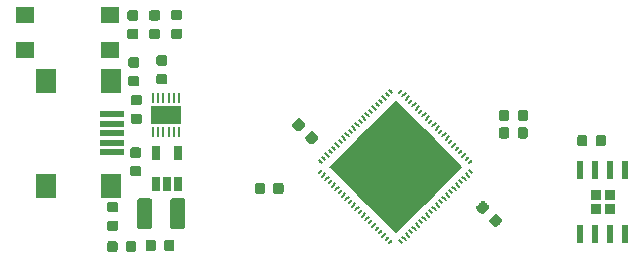
<source format=gtp>
G04 #@! TF.GenerationSoftware,KiCad,Pcbnew,5.0.1-33cea8e~68~ubuntu14.04.1*
G04 #@! TF.CreationDate,2018-11-21T01:29:37-08:00*
G04 #@! TF.ProjectId,evalboard1,6576616C626F617264312E6B69636164,rev?*
G04 #@! TF.SameCoordinates,Original*
G04 #@! TF.FileFunction,Paste,Top*
G04 #@! TF.FilePolarity,Positive*
%FSLAX46Y46*%
G04 Gerber Fmt 4.6, Leading zero omitted, Abs format (unit mm)*
G04 Created by KiCad (PCBNEW 5.0.1-33cea8e~68~ubuntu14.04.1) date Wed 21 Nov 2018 01:29:37 AM PST*
%MOMM*%
%LPD*%
G01*
G04 APERTURE LIST*
%ADD10C,0.100000*%
%ADD11C,8.000000*%
%ADD12C,0.200000*%
%ADD13C,0.200000*%
%ADD14C,0.875000*%
%ADD15R,0.250000X0.850000*%
%ADD16R,2.550000X1.650000*%
%ADD17R,1.600000X1.400000*%
%ADD18R,0.650000X1.220000*%
%ADD19C,1.250000*%
%ADD20R,0.600000X1.550000*%
%ADD21R,0.950000X0.950000*%
%ADD22R,2.000000X0.500000*%
%ADD23R,1.700000X2.000000*%
G04 APERTURE END LIST*
D10*
G04 #@! TO.C,U2*
G36*
X106610000Y-82459137D02*
X106610000Y-83380000D01*
X104788294Y-83380000D01*
X104788294Y-82459137D01*
X106610000Y-82459137D01*
G37*
G04 #@! TD*
D11*
G04 #@! TO.C,U1*
X125140000Y-87280000D03*
D10*
G36*
X119483146Y-87280000D02*
X125140000Y-81623146D01*
X130796854Y-87280000D01*
X125140000Y-92936854D01*
X119483146Y-87280000D01*
X119483146Y-87280000D01*
G37*
D12*
X125564264Y-80916039D03*
D13*
X125422843Y-81057460D02*
X125705685Y-80774618D01*
D12*
X125847107Y-81198882D03*
D13*
X125705686Y-81340303D02*
X125988528Y-81057461D01*
D12*
X126129949Y-81481724D03*
D13*
X125988528Y-81623145D02*
X126271370Y-81340303D01*
D12*
X126412792Y-81764567D03*
D13*
X126271371Y-81905988D02*
X126554213Y-81623146D01*
D12*
X126695635Y-82047410D03*
D13*
X126554214Y-82188831D02*
X126837056Y-81905989D01*
D12*
X126978478Y-82330253D03*
D13*
X126837057Y-82471674D02*
X127119899Y-82188832D01*
D12*
X127261320Y-82613095D03*
D13*
X127119899Y-82754516D02*
X127402741Y-82471674D01*
D12*
X127544163Y-82895938D03*
D13*
X127402742Y-83037359D02*
X127685584Y-82754517D01*
D12*
X127827006Y-83178781D03*
D13*
X127685585Y-83320202D02*
X127968427Y-83037360D01*
D12*
X128109848Y-83461623D03*
D13*
X127968427Y-83603044D02*
X128251269Y-83320202D01*
D12*
X128392691Y-83744466D03*
D13*
X128251270Y-83885887D02*
X128534112Y-83603045D01*
D12*
X128675534Y-84027309D03*
D13*
X128534113Y-84168730D02*
X128816955Y-83885888D01*
D12*
X128958377Y-84310152D03*
D13*
X128816956Y-84451573D02*
X129099798Y-84168731D01*
D12*
X129241219Y-84592994D03*
D13*
X129099798Y-84734415D02*
X129382640Y-84451573D01*
D12*
X129524062Y-84875837D03*
D13*
X129382641Y-85017258D02*
X129665483Y-84734416D01*
D12*
X129806905Y-85158680D03*
D13*
X129665484Y-85300101D02*
X129948326Y-85017259D01*
D12*
X130089747Y-85441522D03*
D13*
X129948326Y-85582943D02*
X130231168Y-85300101D01*
D12*
X130372590Y-85724365D03*
D13*
X130231169Y-85865786D02*
X130514011Y-85582944D01*
D12*
X130655433Y-86007208D03*
D13*
X130514012Y-86148629D02*
X130796854Y-85865787D01*
D12*
X130938276Y-86290051D03*
D13*
X130796855Y-86431472D02*
X131079697Y-86148630D01*
D12*
X131221118Y-86572893D03*
D13*
X131079697Y-86714314D02*
X131362539Y-86431472D01*
D12*
X131503961Y-86855736D03*
D13*
X131362540Y-86997157D02*
X131645382Y-86714315D01*
D12*
X131503961Y-87704264D03*
D13*
X131362540Y-87562843D02*
X131645382Y-87845685D01*
D12*
X131221118Y-87987107D03*
D13*
X131079697Y-87845686D02*
X131362539Y-88128528D01*
D12*
X130938276Y-88269949D03*
D13*
X130796855Y-88128528D02*
X131079697Y-88411370D01*
D12*
X130655433Y-88552792D03*
D13*
X130514012Y-88411371D02*
X130796854Y-88694213D01*
D12*
X130372590Y-88835635D03*
D13*
X130231169Y-88694214D02*
X130514011Y-88977056D01*
D12*
X130089747Y-89118478D03*
D13*
X129948326Y-88977057D02*
X130231168Y-89259899D01*
D12*
X129806905Y-89401320D03*
D13*
X129665484Y-89259899D02*
X129948326Y-89542741D01*
D12*
X129524062Y-89684163D03*
D13*
X129382641Y-89542742D02*
X129665483Y-89825584D01*
D12*
X129241219Y-89967006D03*
D13*
X129099798Y-89825585D02*
X129382640Y-90108427D01*
D12*
X128958377Y-90249848D03*
D13*
X128816956Y-90108427D02*
X129099798Y-90391269D01*
D12*
X128675534Y-90532691D03*
D13*
X128534113Y-90391270D02*
X128816955Y-90674112D01*
D12*
X128392691Y-90815534D03*
D13*
X128251270Y-90674113D02*
X128534112Y-90956955D01*
D12*
X128109848Y-91098377D03*
D13*
X127968427Y-90956956D02*
X128251269Y-91239798D01*
D12*
X127827006Y-91381219D03*
D13*
X127685585Y-91239798D02*
X127968427Y-91522640D01*
D12*
X127544163Y-91664062D03*
D13*
X127402742Y-91522641D02*
X127685584Y-91805483D01*
D12*
X127261320Y-91946905D03*
D13*
X127119899Y-91805484D02*
X127402741Y-92088326D01*
D12*
X126978478Y-92229747D03*
D13*
X126837057Y-92088326D02*
X127119899Y-92371168D01*
D12*
X126695635Y-92512590D03*
D13*
X126554214Y-92371169D02*
X126837056Y-92654011D01*
D12*
X126412792Y-92795433D03*
D13*
X126271371Y-92654012D02*
X126554213Y-92936854D01*
D12*
X126129949Y-93078276D03*
D13*
X125988528Y-92936855D02*
X126271370Y-93219697D01*
D12*
X125847107Y-93361118D03*
D13*
X125705686Y-93219697D02*
X125988528Y-93502539D01*
D12*
X125564264Y-93643961D03*
D13*
X125422843Y-93502540D02*
X125705685Y-93785382D01*
D12*
X124715736Y-93643961D03*
D13*
X124574315Y-93785382D02*
X124857157Y-93502540D01*
D12*
X124432893Y-93361118D03*
D13*
X124291472Y-93502539D02*
X124574314Y-93219697D01*
D12*
X124150051Y-93078276D03*
D13*
X124008630Y-93219697D02*
X124291472Y-92936855D01*
D12*
X123867208Y-92795433D03*
D13*
X123725787Y-92936854D02*
X124008629Y-92654012D01*
D12*
X123584365Y-92512590D03*
D13*
X123442944Y-92654011D02*
X123725786Y-92371169D01*
D12*
X123301522Y-92229747D03*
D13*
X123160101Y-92371168D02*
X123442943Y-92088326D01*
D12*
X123018680Y-91946905D03*
D13*
X122877259Y-92088326D02*
X123160101Y-91805484D01*
D12*
X122735837Y-91664062D03*
D13*
X122594416Y-91805483D02*
X122877258Y-91522641D01*
D12*
X122452994Y-91381219D03*
D13*
X122311573Y-91522640D02*
X122594415Y-91239798D01*
D12*
X122170152Y-91098377D03*
D13*
X122028731Y-91239798D02*
X122311573Y-90956956D01*
D12*
X121887309Y-90815534D03*
D13*
X121745888Y-90956955D02*
X122028730Y-90674113D01*
D12*
X121604466Y-90532691D03*
D13*
X121463045Y-90674112D02*
X121745887Y-90391270D01*
D12*
X121321623Y-90249848D03*
D13*
X121180202Y-90391269D02*
X121463044Y-90108427D01*
D12*
X121038781Y-89967006D03*
D13*
X120897360Y-90108427D02*
X121180202Y-89825585D01*
D12*
X120755938Y-89684163D03*
D13*
X120614517Y-89825584D02*
X120897359Y-89542742D01*
D12*
X120473095Y-89401320D03*
D13*
X120331674Y-89542741D02*
X120614516Y-89259899D01*
D12*
X120190253Y-89118478D03*
D13*
X120048832Y-89259899D02*
X120331674Y-88977057D01*
D12*
X119907410Y-88835635D03*
D13*
X119765989Y-88977056D02*
X120048831Y-88694214D01*
D12*
X119624567Y-88552792D03*
D13*
X119483146Y-88694213D02*
X119765988Y-88411371D01*
D12*
X119341724Y-88269949D03*
D13*
X119200303Y-88411370D02*
X119483145Y-88128528D01*
D12*
X119058882Y-87987107D03*
D13*
X118917461Y-88128528D02*
X119200303Y-87845686D01*
D12*
X118776039Y-87704264D03*
D13*
X118634618Y-87845685D02*
X118917460Y-87562843D01*
D12*
X118776039Y-86855736D03*
D13*
X118634618Y-86714315D02*
X118917460Y-86997157D01*
D12*
X119058882Y-86572893D03*
D13*
X118917461Y-86431472D02*
X119200303Y-86714314D01*
D12*
X119341724Y-86290051D03*
D13*
X119200303Y-86148630D02*
X119483145Y-86431472D01*
D12*
X119624567Y-86007208D03*
D13*
X119483146Y-85865787D02*
X119765988Y-86148629D01*
D12*
X119907410Y-85724365D03*
D13*
X119765989Y-85582944D02*
X120048831Y-85865786D01*
D12*
X120190253Y-85441522D03*
D13*
X120048832Y-85300101D02*
X120331674Y-85582943D01*
D12*
X120473095Y-85158680D03*
D13*
X120331674Y-85017259D02*
X120614516Y-85300101D01*
D12*
X120755938Y-84875837D03*
D13*
X120614517Y-84734416D02*
X120897359Y-85017258D01*
D12*
X121038781Y-84592994D03*
D13*
X120897360Y-84451573D02*
X121180202Y-84734415D01*
D12*
X121321623Y-84310152D03*
D13*
X121180202Y-84168731D02*
X121463044Y-84451573D01*
D12*
X121604466Y-84027309D03*
D13*
X121463045Y-83885888D02*
X121745887Y-84168730D01*
D12*
X121887309Y-83744466D03*
D13*
X121745888Y-83603045D02*
X122028730Y-83885887D01*
D12*
X122170152Y-83461623D03*
D13*
X122028731Y-83320202D02*
X122311573Y-83603044D01*
D12*
X122452994Y-83178781D03*
D13*
X122311573Y-83037360D02*
X122594415Y-83320202D01*
D12*
X122735837Y-82895938D03*
D13*
X122594416Y-82754517D02*
X122877258Y-83037359D01*
D12*
X123018680Y-82613095D03*
D13*
X122877259Y-82471674D02*
X123160101Y-82754516D01*
D12*
X123301522Y-82330253D03*
D13*
X123160101Y-82188832D02*
X123442943Y-82471674D01*
D12*
X123584365Y-82047410D03*
D13*
X123442944Y-81905989D02*
X123725786Y-82188831D01*
D12*
X123867208Y-81764567D03*
D13*
X123725787Y-81623146D02*
X124008629Y-81905988D01*
D12*
X124150051Y-81481724D03*
D13*
X124008630Y-81340303D02*
X124291472Y-81623145D01*
D12*
X124432893Y-81198882D03*
D13*
X124291472Y-81057461D02*
X124574314Y-81340303D01*
D12*
X124715736Y-80916039D03*
D13*
X124574315Y-80774618D02*
X124857157Y-81057460D01*
G04 #@! TD*
D10*
G04 #@! TO.C,C12*
G36*
X102980191Y-93586053D02*
X103001426Y-93589203D01*
X103022250Y-93594419D01*
X103042462Y-93601651D01*
X103061868Y-93610830D01*
X103080281Y-93621866D01*
X103097524Y-93634654D01*
X103113430Y-93649070D01*
X103127846Y-93664976D01*
X103140634Y-93682219D01*
X103151670Y-93700632D01*
X103160849Y-93720038D01*
X103168081Y-93740250D01*
X103173297Y-93761074D01*
X103176447Y-93782309D01*
X103177500Y-93803750D01*
X103177500Y-94316250D01*
X103176447Y-94337691D01*
X103173297Y-94358926D01*
X103168081Y-94379750D01*
X103160849Y-94399962D01*
X103151670Y-94419368D01*
X103140634Y-94437781D01*
X103127846Y-94455024D01*
X103113430Y-94470930D01*
X103097524Y-94485346D01*
X103080281Y-94498134D01*
X103061868Y-94509170D01*
X103042462Y-94518349D01*
X103022250Y-94525581D01*
X103001426Y-94530797D01*
X102980191Y-94533947D01*
X102958750Y-94535000D01*
X102521250Y-94535000D01*
X102499809Y-94533947D01*
X102478574Y-94530797D01*
X102457750Y-94525581D01*
X102437538Y-94518349D01*
X102418132Y-94509170D01*
X102399719Y-94498134D01*
X102382476Y-94485346D01*
X102366570Y-94470930D01*
X102352154Y-94455024D01*
X102339366Y-94437781D01*
X102328330Y-94419368D01*
X102319151Y-94399962D01*
X102311919Y-94379750D01*
X102306703Y-94358926D01*
X102303553Y-94337691D01*
X102302500Y-94316250D01*
X102302500Y-93803750D01*
X102303553Y-93782309D01*
X102306703Y-93761074D01*
X102311919Y-93740250D01*
X102319151Y-93720038D01*
X102328330Y-93700632D01*
X102339366Y-93682219D01*
X102352154Y-93664976D01*
X102366570Y-93649070D01*
X102382476Y-93634654D01*
X102399719Y-93621866D01*
X102418132Y-93610830D01*
X102437538Y-93601651D01*
X102457750Y-93594419D01*
X102478574Y-93589203D01*
X102499809Y-93586053D01*
X102521250Y-93585000D01*
X102958750Y-93585000D01*
X102980191Y-93586053D01*
X102980191Y-93586053D01*
G37*
D14*
X102740000Y-94060000D03*
D10*
G36*
X101405191Y-93586053D02*
X101426426Y-93589203D01*
X101447250Y-93594419D01*
X101467462Y-93601651D01*
X101486868Y-93610830D01*
X101505281Y-93621866D01*
X101522524Y-93634654D01*
X101538430Y-93649070D01*
X101552846Y-93664976D01*
X101565634Y-93682219D01*
X101576670Y-93700632D01*
X101585849Y-93720038D01*
X101593081Y-93740250D01*
X101598297Y-93761074D01*
X101601447Y-93782309D01*
X101602500Y-93803750D01*
X101602500Y-94316250D01*
X101601447Y-94337691D01*
X101598297Y-94358926D01*
X101593081Y-94379750D01*
X101585849Y-94399962D01*
X101576670Y-94419368D01*
X101565634Y-94437781D01*
X101552846Y-94455024D01*
X101538430Y-94470930D01*
X101522524Y-94485346D01*
X101505281Y-94498134D01*
X101486868Y-94509170D01*
X101467462Y-94518349D01*
X101447250Y-94525581D01*
X101426426Y-94530797D01*
X101405191Y-94533947D01*
X101383750Y-94535000D01*
X100946250Y-94535000D01*
X100924809Y-94533947D01*
X100903574Y-94530797D01*
X100882750Y-94525581D01*
X100862538Y-94518349D01*
X100843132Y-94509170D01*
X100824719Y-94498134D01*
X100807476Y-94485346D01*
X100791570Y-94470930D01*
X100777154Y-94455024D01*
X100764366Y-94437781D01*
X100753330Y-94419368D01*
X100744151Y-94399962D01*
X100736919Y-94379750D01*
X100731703Y-94358926D01*
X100728553Y-94337691D01*
X100727500Y-94316250D01*
X100727500Y-93803750D01*
X100728553Y-93782309D01*
X100731703Y-93761074D01*
X100736919Y-93740250D01*
X100744151Y-93720038D01*
X100753330Y-93700632D01*
X100764366Y-93682219D01*
X100777154Y-93664976D01*
X100791570Y-93649070D01*
X100807476Y-93634654D01*
X100824719Y-93621866D01*
X100843132Y-93610830D01*
X100862538Y-93601651D01*
X100882750Y-93594419D01*
X100903574Y-93589203D01*
X100924809Y-93586053D01*
X100946250Y-93585000D01*
X101383750Y-93585000D01*
X101405191Y-93586053D01*
X101405191Y-93586053D01*
G37*
D14*
X101165000Y-94060000D03*
G04 #@! TD*
D10*
G04 #@! TO.C,C1*
G36*
X103417691Y-85658553D02*
X103438926Y-85661703D01*
X103459750Y-85666919D01*
X103479962Y-85674151D01*
X103499368Y-85683330D01*
X103517781Y-85694366D01*
X103535024Y-85707154D01*
X103550930Y-85721570D01*
X103565346Y-85737476D01*
X103578134Y-85754719D01*
X103589170Y-85773132D01*
X103598349Y-85792538D01*
X103605581Y-85812750D01*
X103610797Y-85833574D01*
X103613947Y-85854809D01*
X103615000Y-85876250D01*
X103615000Y-86313750D01*
X103613947Y-86335191D01*
X103610797Y-86356426D01*
X103605581Y-86377250D01*
X103598349Y-86397462D01*
X103589170Y-86416868D01*
X103578134Y-86435281D01*
X103565346Y-86452524D01*
X103550930Y-86468430D01*
X103535024Y-86482846D01*
X103517781Y-86495634D01*
X103499368Y-86506670D01*
X103479962Y-86515849D01*
X103459750Y-86523081D01*
X103438926Y-86528297D01*
X103417691Y-86531447D01*
X103396250Y-86532500D01*
X102883750Y-86532500D01*
X102862309Y-86531447D01*
X102841074Y-86528297D01*
X102820250Y-86523081D01*
X102800038Y-86515849D01*
X102780632Y-86506670D01*
X102762219Y-86495634D01*
X102744976Y-86482846D01*
X102729070Y-86468430D01*
X102714654Y-86452524D01*
X102701866Y-86435281D01*
X102690830Y-86416868D01*
X102681651Y-86397462D01*
X102674419Y-86377250D01*
X102669203Y-86356426D01*
X102666053Y-86335191D01*
X102665000Y-86313750D01*
X102665000Y-85876250D01*
X102666053Y-85854809D01*
X102669203Y-85833574D01*
X102674419Y-85812750D01*
X102681651Y-85792538D01*
X102690830Y-85773132D01*
X102701866Y-85754719D01*
X102714654Y-85737476D01*
X102729070Y-85721570D01*
X102744976Y-85707154D01*
X102762219Y-85694366D01*
X102780632Y-85683330D01*
X102800038Y-85674151D01*
X102820250Y-85666919D01*
X102841074Y-85661703D01*
X102862309Y-85658553D01*
X102883750Y-85657500D01*
X103396250Y-85657500D01*
X103417691Y-85658553D01*
X103417691Y-85658553D01*
G37*
D14*
X103140000Y-86095000D03*
D10*
G36*
X103417691Y-87233553D02*
X103438926Y-87236703D01*
X103459750Y-87241919D01*
X103479962Y-87249151D01*
X103499368Y-87258330D01*
X103517781Y-87269366D01*
X103535024Y-87282154D01*
X103550930Y-87296570D01*
X103565346Y-87312476D01*
X103578134Y-87329719D01*
X103589170Y-87348132D01*
X103598349Y-87367538D01*
X103605581Y-87387750D01*
X103610797Y-87408574D01*
X103613947Y-87429809D01*
X103615000Y-87451250D01*
X103615000Y-87888750D01*
X103613947Y-87910191D01*
X103610797Y-87931426D01*
X103605581Y-87952250D01*
X103598349Y-87972462D01*
X103589170Y-87991868D01*
X103578134Y-88010281D01*
X103565346Y-88027524D01*
X103550930Y-88043430D01*
X103535024Y-88057846D01*
X103517781Y-88070634D01*
X103499368Y-88081670D01*
X103479962Y-88090849D01*
X103459750Y-88098081D01*
X103438926Y-88103297D01*
X103417691Y-88106447D01*
X103396250Y-88107500D01*
X102883750Y-88107500D01*
X102862309Y-88106447D01*
X102841074Y-88103297D01*
X102820250Y-88098081D01*
X102800038Y-88090849D01*
X102780632Y-88081670D01*
X102762219Y-88070634D01*
X102744976Y-88057846D01*
X102729070Y-88043430D01*
X102714654Y-88027524D01*
X102701866Y-88010281D01*
X102690830Y-87991868D01*
X102681651Y-87972462D01*
X102674419Y-87952250D01*
X102669203Y-87931426D01*
X102666053Y-87910191D01*
X102665000Y-87888750D01*
X102665000Y-87451250D01*
X102666053Y-87429809D01*
X102669203Y-87408574D01*
X102674419Y-87387750D01*
X102681651Y-87367538D01*
X102690830Y-87348132D01*
X102701866Y-87329719D01*
X102714654Y-87312476D01*
X102729070Y-87296570D01*
X102744976Y-87282154D01*
X102762219Y-87269366D01*
X102780632Y-87258330D01*
X102800038Y-87249151D01*
X102820250Y-87241919D01*
X102841074Y-87236703D01*
X102862309Y-87233553D01*
X102883750Y-87232500D01*
X103396250Y-87232500D01*
X103417691Y-87233553D01*
X103417691Y-87233553D01*
G37*
D14*
X103140000Y-87670000D03*
G04 #@! TD*
D10*
G04 #@! TO.C,C2*
G36*
X103467691Y-81233553D02*
X103488926Y-81236703D01*
X103509750Y-81241919D01*
X103529962Y-81249151D01*
X103549368Y-81258330D01*
X103567781Y-81269366D01*
X103585024Y-81282154D01*
X103600930Y-81296570D01*
X103615346Y-81312476D01*
X103628134Y-81329719D01*
X103639170Y-81348132D01*
X103648349Y-81367538D01*
X103655581Y-81387750D01*
X103660797Y-81408574D01*
X103663947Y-81429809D01*
X103665000Y-81451250D01*
X103665000Y-81888750D01*
X103663947Y-81910191D01*
X103660797Y-81931426D01*
X103655581Y-81952250D01*
X103648349Y-81972462D01*
X103639170Y-81991868D01*
X103628134Y-82010281D01*
X103615346Y-82027524D01*
X103600930Y-82043430D01*
X103585024Y-82057846D01*
X103567781Y-82070634D01*
X103549368Y-82081670D01*
X103529962Y-82090849D01*
X103509750Y-82098081D01*
X103488926Y-82103297D01*
X103467691Y-82106447D01*
X103446250Y-82107500D01*
X102933750Y-82107500D01*
X102912309Y-82106447D01*
X102891074Y-82103297D01*
X102870250Y-82098081D01*
X102850038Y-82090849D01*
X102830632Y-82081670D01*
X102812219Y-82070634D01*
X102794976Y-82057846D01*
X102779070Y-82043430D01*
X102764654Y-82027524D01*
X102751866Y-82010281D01*
X102740830Y-81991868D01*
X102731651Y-81972462D01*
X102724419Y-81952250D01*
X102719203Y-81931426D01*
X102716053Y-81910191D01*
X102715000Y-81888750D01*
X102715000Y-81451250D01*
X102716053Y-81429809D01*
X102719203Y-81408574D01*
X102724419Y-81387750D01*
X102731651Y-81367538D01*
X102740830Y-81348132D01*
X102751866Y-81329719D01*
X102764654Y-81312476D01*
X102779070Y-81296570D01*
X102794976Y-81282154D01*
X102812219Y-81269366D01*
X102830632Y-81258330D01*
X102850038Y-81249151D01*
X102870250Y-81241919D01*
X102891074Y-81236703D01*
X102912309Y-81233553D01*
X102933750Y-81232500D01*
X103446250Y-81232500D01*
X103467691Y-81233553D01*
X103467691Y-81233553D01*
G37*
D14*
X103190000Y-81670000D03*
D10*
G36*
X103467691Y-82808553D02*
X103488926Y-82811703D01*
X103509750Y-82816919D01*
X103529962Y-82824151D01*
X103549368Y-82833330D01*
X103567781Y-82844366D01*
X103585024Y-82857154D01*
X103600930Y-82871570D01*
X103615346Y-82887476D01*
X103628134Y-82904719D01*
X103639170Y-82923132D01*
X103648349Y-82942538D01*
X103655581Y-82962750D01*
X103660797Y-82983574D01*
X103663947Y-83004809D01*
X103665000Y-83026250D01*
X103665000Y-83463750D01*
X103663947Y-83485191D01*
X103660797Y-83506426D01*
X103655581Y-83527250D01*
X103648349Y-83547462D01*
X103639170Y-83566868D01*
X103628134Y-83585281D01*
X103615346Y-83602524D01*
X103600930Y-83618430D01*
X103585024Y-83632846D01*
X103567781Y-83645634D01*
X103549368Y-83656670D01*
X103529962Y-83665849D01*
X103509750Y-83673081D01*
X103488926Y-83678297D01*
X103467691Y-83681447D01*
X103446250Y-83682500D01*
X102933750Y-83682500D01*
X102912309Y-83681447D01*
X102891074Y-83678297D01*
X102870250Y-83673081D01*
X102850038Y-83665849D01*
X102830632Y-83656670D01*
X102812219Y-83645634D01*
X102794976Y-83632846D01*
X102779070Y-83618430D01*
X102764654Y-83602524D01*
X102751866Y-83585281D01*
X102740830Y-83566868D01*
X102731651Y-83547462D01*
X102724419Y-83527250D01*
X102719203Y-83506426D01*
X102716053Y-83485191D01*
X102715000Y-83463750D01*
X102715000Y-83026250D01*
X102716053Y-83004809D01*
X102719203Y-82983574D01*
X102724419Y-82962750D01*
X102731651Y-82942538D01*
X102740830Y-82923132D01*
X102751866Y-82904719D01*
X102764654Y-82887476D01*
X102779070Y-82871570D01*
X102794976Y-82857154D01*
X102812219Y-82844366D01*
X102830632Y-82833330D01*
X102850038Y-82824151D01*
X102870250Y-82816919D01*
X102891074Y-82811703D01*
X102912309Y-82808553D01*
X102933750Y-82807500D01*
X103446250Y-82807500D01*
X103467691Y-82808553D01*
X103467691Y-82808553D01*
G37*
D14*
X103190000Y-83245000D03*
G04 #@! TD*
D10*
G04 #@! TO.C,C3*
G36*
X136150191Y-83956053D02*
X136171426Y-83959203D01*
X136192250Y-83964419D01*
X136212462Y-83971651D01*
X136231868Y-83980830D01*
X136250281Y-83991866D01*
X136267524Y-84004654D01*
X136283430Y-84019070D01*
X136297846Y-84034976D01*
X136310634Y-84052219D01*
X136321670Y-84070632D01*
X136330849Y-84090038D01*
X136338081Y-84110250D01*
X136343297Y-84131074D01*
X136346447Y-84152309D01*
X136347500Y-84173750D01*
X136347500Y-84686250D01*
X136346447Y-84707691D01*
X136343297Y-84728926D01*
X136338081Y-84749750D01*
X136330849Y-84769962D01*
X136321670Y-84789368D01*
X136310634Y-84807781D01*
X136297846Y-84825024D01*
X136283430Y-84840930D01*
X136267524Y-84855346D01*
X136250281Y-84868134D01*
X136231868Y-84879170D01*
X136212462Y-84888349D01*
X136192250Y-84895581D01*
X136171426Y-84900797D01*
X136150191Y-84903947D01*
X136128750Y-84905000D01*
X135691250Y-84905000D01*
X135669809Y-84903947D01*
X135648574Y-84900797D01*
X135627750Y-84895581D01*
X135607538Y-84888349D01*
X135588132Y-84879170D01*
X135569719Y-84868134D01*
X135552476Y-84855346D01*
X135536570Y-84840930D01*
X135522154Y-84825024D01*
X135509366Y-84807781D01*
X135498330Y-84789368D01*
X135489151Y-84769962D01*
X135481919Y-84749750D01*
X135476703Y-84728926D01*
X135473553Y-84707691D01*
X135472500Y-84686250D01*
X135472500Y-84173750D01*
X135473553Y-84152309D01*
X135476703Y-84131074D01*
X135481919Y-84110250D01*
X135489151Y-84090038D01*
X135498330Y-84070632D01*
X135509366Y-84052219D01*
X135522154Y-84034976D01*
X135536570Y-84019070D01*
X135552476Y-84004654D01*
X135569719Y-83991866D01*
X135588132Y-83980830D01*
X135607538Y-83971651D01*
X135627750Y-83964419D01*
X135648574Y-83959203D01*
X135669809Y-83956053D01*
X135691250Y-83955000D01*
X136128750Y-83955000D01*
X136150191Y-83956053D01*
X136150191Y-83956053D01*
G37*
D14*
X135910000Y-84430000D03*
D10*
G36*
X134575191Y-83956053D02*
X134596426Y-83959203D01*
X134617250Y-83964419D01*
X134637462Y-83971651D01*
X134656868Y-83980830D01*
X134675281Y-83991866D01*
X134692524Y-84004654D01*
X134708430Y-84019070D01*
X134722846Y-84034976D01*
X134735634Y-84052219D01*
X134746670Y-84070632D01*
X134755849Y-84090038D01*
X134763081Y-84110250D01*
X134768297Y-84131074D01*
X134771447Y-84152309D01*
X134772500Y-84173750D01*
X134772500Y-84686250D01*
X134771447Y-84707691D01*
X134768297Y-84728926D01*
X134763081Y-84749750D01*
X134755849Y-84769962D01*
X134746670Y-84789368D01*
X134735634Y-84807781D01*
X134722846Y-84825024D01*
X134708430Y-84840930D01*
X134692524Y-84855346D01*
X134675281Y-84868134D01*
X134656868Y-84879170D01*
X134637462Y-84888349D01*
X134617250Y-84895581D01*
X134596426Y-84900797D01*
X134575191Y-84903947D01*
X134553750Y-84905000D01*
X134116250Y-84905000D01*
X134094809Y-84903947D01*
X134073574Y-84900797D01*
X134052750Y-84895581D01*
X134032538Y-84888349D01*
X134013132Y-84879170D01*
X133994719Y-84868134D01*
X133977476Y-84855346D01*
X133961570Y-84840930D01*
X133947154Y-84825024D01*
X133934366Y-84807781D01*
X133923330Y-84789368D01*
X133914151Y-84769962D01*
X133906919Y-84749750D01*
X133901703Y-84728926D01*
X133898553Y-84707691D01*
X133897500Y-84686250D01*
X133897500Y-84173750D01*
X133898553Y-84152309D01*
X133901703Y-84131074D01*
X133906919Y-84110250D01*
X133914151Y-84090038D01*
X133923330Y-84070632D01*
X133934366Y-84052219D01*
X133947154Y-84034976D01*
X133961570Y-84019070D01*
X133977476Y-84004654D01*
X133994719Y-83991866D01*
X134013132Y-83980830D01*
X134032538Y-83971651D01*
X134052750Y-83964419D01*
X134073574Y-83959203D01*
X134094809Y-83956053D01*
X134116250Y-83955000D01*
X134553750Y-83955000D01*
X134575191Y-83956053D01*
X134575191Y-83956053D01*
G37*
D14*
X134335000Y-84430000D03*
G04 #@! TD*
D10*
G04 #@! TO.C,C4*
G36*
X113892491Y-88654653D02*
X113913726Y-88657803D01*
X113934550Y-88663019D01*
X113954762Y-88670251D01*
X113974168Y-88679430D01*
X113992581Y-88690466D01*
X114009824Y-88703254D01*
X114025730Y-88717670D01*
X114040146Y-88733576D01*
X114052934Y-88750819D01*
X114063970Y-88769232D01*
X114073149Y-88788638D01*
X114080381Y-88808850D01*
X114085597Y-88829674D01*
X114088747Y-88850909D01*
X114089800Y-88872350D01*
X114089800Y-89384850D01*
X114088747Y-89406291D01*
X114085597Y-89427526D01*
X114080381Y-89448350D01*
X114073149Y-89468562D01*
X114063970Y-89487968D01*
X114052934Y-89506381D01*
X114040146Y-89523624D01*
X114025730Y-89539530D01*
X114009824Y-89553946D01*
X113992581Y-89566734D01*
X113974168Y-89577770D01*
X113954762Y-89586949D01*
X113934550Y-89594181D01*
X113913726Y-89599397D01*
X113892491Y-89602547D01*
X113871050Y-89603600D01*
X113433550Y-89603600D01*
X113412109Y-89602547D01*
X113390874Y-89599397D01*
X113370050Y-89594181D01*
X113349838Y-89586949D01*
X113330432Y-89577770D01*
X113312019Y-89566734D01*
X113294776Y-89553946D01*
X113278870Y-89539530D01*
X113264454Y-89523624D01*
X113251666Y-89506381D01*
X113240630Y-89487968D01*
X113231451Y-89468562D01*
X113224219Y-89448350D01*
X113219003Y-89427526D01*
X113215853Y-89406291D01*
X113214800Y-89384850D01*
X113214800Y-88872350D01*
X113215853Y-88850909D01*
X113219003Y-88829674D01*
X113224219Y-88808850D01*
X113231451Y-88788638D01*
X113240630Y-88769232D01*
X113251666Y-88750819D01*
X113264454Y-88733576D01*
X113278870Y-88717670D01*
X113294776Y-88703254D01*
X113312019Y-88690466D01*
X113330432Y-88679430D01*
X113349838Y-88670251D01*
X113370050Y-88663019D01*
X113390874Y-88657803D01*
X113412109Y-88654653D01*
X113433550Y-88653600D01*
X113871050Y-88653600D01*
X113892491Y-88654653D01*
X113892491Y-88654653D01*
G37*
D14*
X113652300Y-89128600D03*
D10*
G36*
X115467491Y-88654653D02*
X115488726Y-88657803D01*
X115509550Y-88663019D01*
X115529762Y-88670251D01*
X115549168Y-88679430D01*
X115567581Y-88690466D01*
X115584824Y-88703254D01*
X115600730Y-88717670D01*
X115615146Y-88733576D01*
X115627934Y-88750819D01*
X115638970Y-88769232D01*
X115648149Y-88788638D01*
X115655381Y-88808850D01*
X115660597Y-88829674D01*
X115663747Y-88850909D01*
X115664800Y-88872350D01*
X115664800Y-89384850D01*
X115663747Y-89406291D01*
X115660597Y-89427526D01*
X115655381Y-89448350D01*
X115648149Y-89468562D01*
X115638970Y-89487968D01*
X115627934Y-89506381D01*
X115615146Y-89523624D01*
X115600730Y-89539530D01*
X115584824Y-89553946D01*
X115567581Y-89566734D01*
X115549168Y-89577770D01*
X115529762Y-89586949D01*
X115509550Y-89594181D01*
X115488726Y-89599397D01*
X115467491Y-89602547D01*
X115446050Y-89603600D01*
X115008550Y-89603600D01*
X114987109Y-89602547D01*
X114965874Y-89599397D01*
X114945050Y-89594181D01*
X114924838Y-89586949D01*
X114905432Y-89577770D01*
X114887019Y-89566734D01*
X114869776Y-89553946D01*
X114853870Y-89539530D01*
X114839454Y-89523624D01*
X114826666Y-89506381D01*
X114815630Y-89487968D01*
X114806451Y-89468562D01*
X114799219Y-89448350D01*
X114794003Y-89427526D01*
X114790853Y-89406291D01*
X114789800Y-89384850D01*
X114789800Y-88872350D01*
X114790853Y-88850909D01*
X114794003Y-88829674D01*
X114799219Y-88808850D01*
X114806451Y-88788638D01*
X114815630Y-88769232D01*
X114826666Y-88750819D01*
X114839454Y-88733576D01*
X114853870Y-88717670D01*
X114869776Y-88703254D01*
X114887019Y-88690466D01*
X114905432Y-88679430D01*
X114924838Y-88670251D01*
X114945050Y-88663019D01*
X114965874Y-88657803D01*
X114987109Y-88654653D01*
X115008550Y-88653600D01*
X115446050Y-88653600D01*
X115467491Y-88654653D01*
X115467491Y-88654653D01*
G37*
D14*
X115227300Y-89128600D03*
G04 #@! TD*
D10*
G04 #@! TO.C,C5*
G36*
X118104805Y-84303274D02*
X118126040Y-84306424D01*
X118146864Y-84311640D01*
X118167076Y-84318872D01*
X118186482Y-84328051D01*
X118204895Y-84339087D01*
X118222138Y-84351875D01*
X118238044Y-84366291D01*
X118547403Y-84675650D01*
X118561819Y-84691556D01*
X118574607Y-84708799D01*
X118585643Y-84727212D01*
X118594822Y-84746618D01*
X118602054Y-84766830D01*
X118607270Y-84787654D01*
X118610420Y-84808889D01*
X118611473Y-84830330D01*
X118610420Y-84851771D01*
X118607270Y-84873006D01*
X118602054Y-84893830D01*
X118594822Y-84914042D01*
X118585643Y-84933448D01*
X118574607Y-84951861D01*
X118561819Y-84969104D01*
X118547403Y-84985010D01*
X118185010Y-85347403D01*
X118169104Y-85361819D01*
X118151861Y-85374607D01*
X118133448Y-85385643D01*
X118114042Y-85394822D01*
X118093830Y-85402054D01*
X118073006Y-85407270D01*
X118051771Y-85410420D01*
X118030330Y-85411473D01*
X118008889Y-85410420D01*
X117987654Y-85407270D01*
X117966830Y-85402054D01*
X117946618Y-85394822D01*
X117927212Y-85385643D01*
X117908799Y-85374607D01*
X117891556Y-85361819D01*
X117875650Y-85347403D01*
X117566291Y-85038044D01*
X117551875Y-85022138D01*
X117539087Y-85004895D01*
X117528051Y-84986482D01*
X117518872Y-84967076D01*
X117511640Y-84946864D01*
X117506424Y-84926040D01*
X117503274Y-84904805D01*
X117502221Y-84883364D01*
X117503274Y-84861923D01*
X117506424Y-84840688D01*
X117511640Y-84819864D01*
X117518872Y-84799652D01*
X117528051Y-84780246D01*
X117539087Y-84761833D01*
X117551875Y-84744590D01*
X117566291Y-84728684D01*
X117928684Y-84366291D01*
X117944590Y-84351875D01*
X117961833Y-84339087D01*
X117980246Y-84328051D01*
X117999652Y-84318872D01*
X118019864Y-84311640D01*
X118040688Y-84306424D01*
X118061923Y-84303274D01*
X118083364Y-84302221D01*
X118104805Y-84303274D01*
X118104805Y-84303274D01*
G37*
D14*
X118056847Y-84856847D03*
D10*
G36*
X116991111Y-83189580D02*
X117012346Y-83192730D01*
X117033170Y-83197946D01*
X117053382Y-83205178D01*
X117072788Y-83214357D01*
X117091201Y-83225393D01*
X117108444Y-83238181D01*
X117124350Y-83252597D01*
X117433709Y-83561956D01*
X117448125Y-83577862D01*
X117460913Y-83595105D01*
X117471949Y-83613518D01*
X117481128Y-83632924D01*
X117488360Y-83653136D01*
X117493576Y-83673960D01*
X117496726Y-83695195D01*
X117497779Y-83716636D01*
X117496726Y-83738077D01*
X117493576Y-83759312D01*
X117488360Y-83780136D01*
X117481128Y-83800348D01*
X117471949Y-83819754D01*
X117460913Y-83838167D01*
X117448125Y-83855410D01*
X117433709Y-83871316D01*
X117071316Y-84233709D01*
X117055410Y-84248125D01*
X117038167Y-84260913D01*
X117019754Y-84271949D01*
X117000348Y-84281128D01*
X116980136Y-84288360D01*
X116959312Y-84293576D01*
X116938077Y-84296726D01*
X116916636Y-84297779D01*
X116895195Y-84296726D01*
X116873960Y-84293576D01*
X116853136Y-84288360D01*
X116832924Y-84281128D01*
X116813518Y-84271949D01*
X116795105Y-84260913D01*
X116777862Y-84248125D01*
X116761956Y-84233709D01*
X116452597Y-83924350D01*
X116438181Y-83908444D01*
X116425393Y-83891201D01*
X116414357Y-83872788D01*
X116405178Y-83853382D01*
X116397946Y-83833170D01*
X116392730Y-83812346D01*
X116389580Y-83791111D01*
X116388527Y-83769670D01*
X116389580Y-83748229D01*
X116392730Y-83726994D01*
X116397946Y-83706170D01*
X116405178Y-83685958D01*
X116414357Y-83666552D01*
X116425393Y-83648139D01*
X116438181Y-83630896D01*
X116452597Y-83614990D01*
X116814990Y-83252597D01*
X116830896Y-83238181D01*
X116848139Y-83225393D01*
X116866552Y-83214357D01*
X116885958Y-83205178D01*
X116906170Y-83197946D01*
X116926994Y-83192730D01*
X116948229Y-83189580D01*
X116969670Y-83188527D01*
X116991111Y-83189580D01*
X116991111Y-83189580D01*
G37*
D14*
X116943153Y-83743153D03*
G04 #@! TD*
D10*
G04 #@! TO.C,C6*
G36*
X136150191Y-82476053D02*
X136171426Y-82479203D01*
X136192250Y-82484419D01*
X136212462Y-82491651D01*
X136231868Y-82500830D01*
X136250281Y-82511866D01*
X136267524Y-82524654D01*
X136283430Y-82539070D01*
X136297846Y-82554976D01*
X136310634Y-82572219D01*
X136321670Y-82590632D01*
X136330849Y-82610038D01*
X136338081Y-82630250D01*
X136343297Y-82651074D01*
X136346447Y-82672309D01*
X136347500Y-82693750D01*
X136347500Y-83206250D01*
X136346447Y-83227691D01*
X136343297Y-83248926D01*
X136338081Y-83269750D01*
X136330849Y-83289962D01*
X136321670Y-83309368D01*
X136310634Y-83327781D01*
X136297846Y-83345024D01*
X136283430Y-83360930D01*
X136267524Y-83375346D01*
X136250281Y-83388134D01*
X136231868Y-83399170D01*
X136212462Y-83408349D01*
X136192250Y-83415581D01*
X136171426Y-83420797D01*
X136150191Y-83423947D01*
X136128750Y-83425000D01*
X135691250Y-83425000D01*
X135669809Y-83423947D01*
X135648574Y-83420797D01*
X135627750Y-83415581D01*
X135607538Y-83408349D01*
X135588132Y-83399170D01*
X135569719Y-83388134D01*
X135552476Y-83375346D01*
X135536570Y-83360930D01*
X135522154Y-83345024D01*
X135509366Y-83327781D01*
X135498330Y-83309368D01*
X135489151Y-83289962D01*
X135481919Y-83269750D01*
X135476703Y-83248926D01*
X135473553Y-83227691D01*
X135472500Y-83206250D01*
X135472500Y-82693750D01*
X135473553Y-82672309D01*
X135476703Y-82651074D01*
X135481919Y-82630250D01*
X135489151Y-82610038D01*
X135498330Y-82590632D01*
X135509366Y-82572219D01*
X135522154Y-82554976D01*
X135536570Y-82539070D01*
X135552476Y-82524654D01*
X135569719Y-82511866D01*
X135588132Y-82500830D01*
X135607538Y-82491651D01*
X135627750Y-82484419D01*
X135648574Y-82479203D01*
X135669809Y-82476053D01*
X135691250Y-82475000D01*
X136128750Y-82475000D01*
X136150191Y-82476053D01*
X136150191Y-82476053D01*
G37*
D14*
X135910000Y-82950000D03*
D10*
G36*
X134575191Y-82476053D02*
X134596426Y-82479203D01*
X134617250Y-82484419D01*
X134637462Y-82491651D01*
X134656868Y-82500830D01*
X134675281Y-82511866D01*
X134692524Y-82524654D01*
X134708430Y-82539070D01*
X134722846Y-82554976D01*
X134735634Y-82572219D01*
X134746670Y-82590632D01*
X134755849Y-82610038D01*
X134763081Y-82630250D01*
X134768297Y-82651074D01*
X134771447Y-82672309D01*
X134772500Y-82693750D01*
X134772500Y-83206250D01*
X134771447Y-83227691D01*
X134768297Y-83248926D01*
X134763081Y-83269750D01*
X134755849Y-83289962D01*
X134746670Y-83309368D01*
X134735634Y-83327781D01*
X134722846Y-83345024D01*
X134708430Y-83360930D01*
X134692524Y-83375346D01*
X134675281Y-83388134D01*
X134656868Y-83399170D01*
X134637462Y-83408349D01*
X134617250Y-83415581D01*
X134596426Y-83420797D01*
X134575191Y-83423947D01*
X134553750Y-83425000D01*
X134116250Y-83425000D01*
X134094809Y-83423947D01*
X134073574Y-83420797D01*
X134052750Y-83415581D01*
X134032538Y-83408349D01*
X134013132Y-83399170D01*
X133994719Y-83388134D01*
X133977476Y-83375346D01*
X133961570Y-83360930D01*
X133947154Y-83345024D01*
X133934366Y-83327781D01*
X133923330Y-83309368D01*
X133914151Y-83289962D01*
X133906919Y-83269750D01*
X133901703Y-83248926D01*
X133898553Y-83227691D01*
X133897500Y-83206250D01*
X133897500Y-82693750D01*
X133898553Y-82672309D01*
X133901703Y-82651074D01*
X133906919Y-82630250D01*
X133914151Y-82610038D01*
X133923330Y-82590632D01*
X133934366Y-82572219D01*
X133947154Y-82554976D01*
X133961570Y-82539070D01*
X133977476Y-82524654D01*
X133994719Y-82511866D01*
X134013132Y-82500830D01*
X134032538Y-82491651D01*
X134052750Y-82484419D01*
X134073574Y-82479203D01*
X134094809Y-82476053D01*
X134116250Y-82475000D01*
X134553750Y-82475000D01*
X134575191Y-82476053D01*
X134575191Y-82476053D01*
G37*
D14*
X134335000Y-82950000D03*
G04 #@! TD*
D10*
G04 #@! TO.C,C7*
G36*
X132554264Y-90182733D02*
X132575499Y-90185883D01*
X132596323Y-90191099D01*
X132616535Y-90198331D01*
X132635941Y-90207510D01*
X132654354Y-90218546D01*
X132671597Y-90231334D01*
X132687503Y-90245750D01*
X132996862Y-90555109D01*
X133011278Y-90571015D01*
X133024066Y-90588258D01*
X133035102Y-90606671D01*
X133044281Y-90626077D01*
X133051513Y-90646289D01*
X133056729Y-90667113D01*
X133059879Y-90688348D01*
X133060932Y-90709789D01*
X133059879Y-90731230D01*
X133056729Y-90752465D01*
X133051513Y-90773289D01*
X133044281Y-90793501D01*
X133035102Y-90812907D01*
X133024066Y-90831320D01*
X133011278Y-90848563D01*
X132996862Y-90864469D01*
X132634469Y-91226862D01*
X132618563Y-91241278D01*
X132601320Y-91254066D01*
X132582907Y-91265102D01*
X132563501Y-91274281D01*
X132543289Y-91281513D01*
X132522465Y-91286729D01*
X132501230Y-91289879D01*
X132479789Y-91290932D01*
X132458348Y-91289879D01*
X132437113Y-91286729D01*
X132416289Y-91281513D01*
X132396077Y-91274281D01*
X132376671Y-91265102D01*
X132358258Y-91254066D01*
X132341015Y-91241278D01*
X132325109Y-91226862D01*
X132015750Y-90917503D01*
X132001334Y-90901597D01*
X131988546Y-90884354D01*
X131977510Y-90865941D01*
X131968331Y-90846535D01*
X131961099Y-90826323D01*
X131955883Y-90805499D01*
X131952733Y-90784264D01*
X131951680Y-90762823D01*
X131952733Y-90741382D01*
X131955883Y-90720147D01*
X131961099Y-90699323D01*
X131968331Y-90679111D01*
X131977510Y-90659705D01*
X131988546Y-90641292D01*
X132001334Y-90624049D01*
X132015750Y-90608143D01*
X132378143Y-90245750D01*
X132394049Y-90231334D01*
X132411292Y-90218546D01*
X132429705Y-90207510D01*
X132449111Y-90198331D01*
X132469323Y-90191099D01*
X132490147Y-90185883D01*
X132511382Y-90182733D01*
X132532823Y-90181680D01*
X132554264Y-90182733D01*
X132554264Y-90182733D01*
G37*
D14*
X132506306Y-90736306D03*
D10*
G36*
X133667958Y-91296427D02*
X133689193Y-91299577D01*
X133710017Y-91304793D01*
X133730229Y-91312025D01*
X133749635Y-91321204D01*
X133768048Y-91332240D01*
X133785291Y-91345028D01*
X133801197Y-91359444D01*
X134110556Y-91668803D01*
X134124972Y-91684709D01*
X134137760Y-91701952D01*
X134148796Y-91720365D01*
X134157975Y-91739771D01*
X134165207Y-91759983D01*
X134170423Y-91780807D01*
X134173573Y-91802042D01*
X134174626Y-91823483D01*
X134173573Y-91844924D01*
X134170423Y-91866159D01*
X134165207Y-91886983D01*
X134157975Y-91907195D01*
X134148796Y-91926601D01*
X134137760Y-91945014D01*
X134124972Y-91962257D01*
X134110556Y-91978163D01*
X133748163Y-92340556D01*
X133732257Y-92354972D01*
X133715014Y-92367760D01*
X133696601Y-92378796D01*
X133677195Y-92387975D01*
X133656983Y-92395207D01*
X133636159Y-92400423D01*
X133614924Y-92403573D01*
X133593483Y-92404626D01*
X133572042Y-92403573D01*
X133550807Y-92400423D01*
X133529983Y-92395207D01*
X133509771Y-92387975D01*
X133490365Y-92378796D01*
X133471952Y-92367760D01*
X133454709Y-92354972D01*
X133438803Y-92340556D01*
X133129444Y-92031197D01*
X133115028Y-92015291D01*
X133102240Y-91998048D01*
X133091204Y-91979635D01*
X133082025Y-91960229D01*
X133074793Y-91940017D01*
X133069577Y-91919193D01*
X133066427Y-91897958D01*
X133065374Y-91876517D01*
X133066427Y-91855076D01*
X133069577Y-91833841D01*
X133074793Y-91813017D01*
X133082025Y-91792805D01*
X133091204Y-91773399D01*
X133102240Y-91754986D01*
X133115028Y-91737743D01*
X133129444Y-91721837D01*
X133491837Y-91359444D01*
X133507743Y-91345028D01*
X133524986Y-91332240D01*
X133543399Y-91321204D01*
X133562805Y-91312025D01*
X133583017Y-91304793D01*
X133603841Y-91299577D01*
X133625076Y-91296427D01*
X133646517Y-91295374D01*
X133667958Y-91296427D01*
X133667958Y-91296427D01*
G37*
D14*
X133620000Y-91850000D03*
G04 #@! TD*
D10*
G04 #@! TO.C,L1*
G36*
X105627691Y-77863553D02*
X105648926Y-77866703D01*
X105669750Y-77871919D01*
X105689962Y-77879151D01*
X105709368Y-77888330D01*
X105727781Y-77899366D01*
X105745024Y-77912154D01*
X105760930Y-77926570D01*
X105775346Y-77942476D01*
X105788134Y-77959719D01*
X105799170Y-77978132D01*
X105808349Y-77997538D01*
X105815581Y-78017750D01*
X105820797Y-78038574D01*
X105823947Y-78059809D01*
X105825000Y-78081250D01*
X105825000Y-78518750D01*
X105823947Y-78540191D01*
X105820797Y-78561426D01*
X105815581Y-78582250D01*
X105808349Y-78602462D01*
X105799170Y-78621868D01*
X105788134Y-78640281D01*
X105775346Y-78657524D01*
X105760930Y-78673430D01*
X105745024Y-78687846D01*
X105727781Y-78700634D01*
X105709368Y-78711670D01*
X105689962Y-78720849D01*
X105669750Y-78728081D01*
X105648926Y-78733297D01*
X105627691Y-78736447D01*
X105606250Y-78737500D01*
X105093750Y-78737500D01*
X105072309Y-78736447D01*
X105051074Y-78733297D01*
X105030250Y-78728081D01*
X105010038Y-78720849D01*
X104990632Y-78711670D01*
X104972219Y-78700634D01*
X104954976Y-78687846D01*
X104939070Y-78673430D01*
X104924654Y-78657524D01*
X104911866Y-78640281D01*
X104900830Y-78621868D01*
X104891651Y-78602462D01*
X104884419Y-78582250D01*
X104879203Y-78561426D01*
X104876053Y-78540191D01*
X104875000Y-78518750D01*
X104875000Y-78081250D01*
X104876053Y-78059809D01*
X104879203Y-78038574D01*
X104884419Y-78017750D01*
X104891651Y-77997538D01*
X104900830Y-77978132D01*
X104911866Y-77959719D01*
X104924654Y-77942476D01*
X104939070Y-77926570D01*
X104954976Y-77912154D01*
X104972219Y-77899366D01*
X104990632Y-77888330D01*
X105010038Y-77879151D01*
X105030250Y-77871919D01*
X105051074Y-77866703D01*
X105072309Y-77863553D01*
X105093750Y-77862500D01*
X105606250Y-77862500D01*
X105627691Y-77863553D01*
X105627691Y-77863553D01*
G37*
D14*
X105350000Y-78300000D03*
D10*
G36*
X105627691Y-79438553D02*
X105648926Y-79441703D01*
X105669750Y-79446919D01*
X105689962Y-79454151D01*
X105709368Y-79463330D01*
X105727781Y-79474366D01*
X105745024Y-79487154D01*
X105760930Y-79501570D01*
X105775346Y-79517476D01*
X105788134Y-79534719D01*
X105799170Y-79553132D01*
X105808349Y-79572538D01*
X105815581Y-79592750D01*
X105820797Y-79613574D01*
X105823947Y-79634809D01*
X105825000Y-79656250D01*
X105825000Y-80093750D01*
X105823947Y-80115191D01*
X105820797Y-80136426D01*
X105815581Y-80157250D01*
X105808349Y-80177462D01*
X105799170Y-80196868D01*
X105788134Y-80215281D01*
X105775346Y-80232524D01*
X105760930Y-80248430D01*
X105745024Y-80262846D01*
X105727781Y-80275634D01*
X105709368Y-80286670D01*
X105689962Y-80295849D01*
X105669750Y-80303081D01*
X105648926Y-80308297D01*
X105627691Y-80311447D01*
X105606250Y-80312500D01*
X105093750Y-80312500D01*
X105072309Y-80311447D01*
X105051074Y-80308297D01*
X105030250Y-80303081D01*
X105010038Y-80295849D01*
X104990632Y-80286670D01*
X104972219Y-80275634D01*
X104954976Y-80262846D01*
X104939070Y-80248430D01*
X104924654Y-80232524D01*
X104911866Y-80215281D01*
X104900830Y-80196868D01*
X104891651Y-80177462D01*
X104884419Y-80157250D01*
X104879203Y-80136426D01*
X104876053Y-80115191D01*
X104875000Y-80093750D01*
X104875000Y-79656250D01*
X104876053Y-79634809D01*
X104879203Y-79613574D01*
X104884419Y-79592750D01*
X104891651Y-79572538D01*
X104900830Y-79553132D01*
X104911866Y-79534719D01*
X104924654Y-79517476D01*
X104939070Y-79501570D01*
X104954976Y-79487154D01*
X104972219Y-79474366D01*
X104990632Y-79463330D01*
X105010038Y-79454151D01*
X105030250Y-79446919D01*
X105051074Y-79441703D01*
X105072309Y-79438553D01*
X105093750Y-79437500D01*
X105606250Y-79437500D01*
X105627691Y-79438553D01*
X105627691Y-79438553D01*
G37*
D14*
X105350000Y-79875000D03*
G04 #@! TD*
D10*
G04 #@! TO.C,L2*
G36*
X103252691Y-79601053D02*
X103273926Y-79604203D01*
X103294750Y-79609419D01*
X103314962Y-79616651D01*
X103334368Y-79625830D01*
X103352781Y-79636866D01*
X103370024Y-79649654D01*
X103385930Y-79664070D01*
X103400346Y-79679976D01*
X103413134Y-79697219D01*
X103424170Y-79715632D01*
X103433349Y-79735038D01*
X103440581Y-79755250D01*
X103445797Y-79776074D01*
X103448947Y-79797309D01*
X103450000Y-79818750D01*
X103450000Y-80256250D01*
X103448947Y-80277691D01*
X103445797Y-80298926D01*
X103440581Y-80319750D01*
X103433349Y-80339962D01*
X103424170Y-80359368D01*
X103413134Y-80377781D01*
X103400346Y-80395024D01*
X103385930Y-80410930D01*
X103370024Y-80425346D01*
X103352781Y-80438134D01*
X103334368Y-80449170D01*
X103314962Y-80458349D01*
X103294750Y-80465581D01*
X103273926Y-80470797D01*
X103252691Y-80473947D01*
X103231250Y-80475000D01*
X102718750Y-80475000D01*
X102697309Y-80473947D01*
X102676074Y-80470797D01*
X102655250Y-80465581D01*
X102635038Y-80458349D01*
X102615632Y-80449170D01*
X102597219Y-80438134D01*
X102579976Y-80425346D01*
X102564070Y-80410930D01*
X102549654Y-80395024D01*
X102536866Y-80377781D01*
X102525830Y-80359368D01*
X102516651Y-80339962D01*
X102509419Y-80319750D01*
X102504203Y-80298926D01*
X102501053Y-80277691D01*
X102500000Y-80256250D01*
X102500000Y-79818750D01*
X102501053Y-79797309D01*
X102504203Y-79776074D01*
X102509419Y-79755250D01*
X102516651Y-79735038D01*
X102525830Y-79715632D01*
X102536866Y-79697219D01*
X102549654Y-79679976D01*
X102564070Y-79664070D01*
X102579976Y-79649654D01*
X102597219Y-79636866D01*
X102615632Y-79625830D01*
X102635038Y-79616651D01*
X102655250Y-79609419D01*
X102676074Y-79604203D01*
X102697309Y-79601053D01*
X102718750Y-79600000D01*
X103231250Y-79600000D01*
X103252691Y-79601053D01*
X103252691Y-79601053D01*
G37*
D14*
X102975000Y-80037500D03*
D10*
G36*
X103252691Y-78026053D02*
X103273926Y-78029203D01*
X103294750Y-78034419D01*
X103314962Y-78041651D01*
X103334368Y-78050830D01*
X103352781Y-78061866D01*
X103370024Y-78074654D01*
X103385930Y-78089070D01*
X103400346Y-78104976D01*
X103413134Y-78122219D01*
X103424170Y-78140632D01*
X103433349Y-78160038D01*
X103440581Y-78180250D01*
X103445797Y-78201074D01*
X103448947Y-78222309D01*
X103450000Y-78243750D01*
X103450000Y-78681250D01*
X103448947Y-78702691D01*
X103445797Y-78723926D01*
X103440581Y-78744750D01*
X103433349Y-78764962D01*
X103424170Y-78784368D01*
X103413134Y-78802781D01*
X103400346Y-78820024D01*
X103385930Y-78835930D01*
X103370024Y-78850346D01*
X103352781Y-78863134D01*
X103334368Y-78874170D01*
X103314962Y-78883349D01*
X103294750Y-78890581D01*
X103273926Y-78895797D01*
X103252691Y-78898947D01*
X103231250Y-78900000D01*
X102718750Y-78900000D01*
X102697309Y-78898947D01*
X102676074Y-78895797D01*
X102655250Y-78890581D01*
X102635038Y-78883349D01*
X102615632Y-78874170D01*
X102597219Y-78863134D01*
X102579976Y-78850346D01*
X102564070Y-78835930D01*
X102549654Y-78820024D01*
X102536866Y-78802781D01*
X102525830Y-78784368D01*
X102516651Y-78764962D01*
X102509419Y-78744750D01*
X102504203Y-78723926D01*
X102501053Y-78702691D01*
X102500000Y-78681250D01*
X102500000Y-78243750D01*
X102501053Y-78222309D01*
X102504203Y-78201074D01*
X102509419Y-78180250D01*
X102516651Y-78160038D01*
X102525830Y-78140632D01*
X102536866Y-78122219D01*
X102549654Y-78104976D01*
X102564070Y-78089070D01*
X102579976Y-78074654D01*
X102597219Y-78061866D01*
X102615632Y-78050830D01*
X102635038Y-78041651D01*
X102655250Y-78034419D01*
X102676074Y-78029203D01*
X102697309Y-78026053D01*
X102718750Y-78025000D01*
X103231250Y-78025000D01*
X103252691Y-78026053D01*
X103252691Y-78026053D01*
G37*
D14*
X102975000Y-78462500D03*
G04 #@! TD*
D10*
G04 #@! TO.C,R1*
G36*
X103177691Y-75621053D02*
X103198926Y-75624203D01*
X103219750Y-75629419D01*
X103239962Y-75636651D01*
X103259368Y-75645830D01*
X103277781Y-75656866D01*
X103295024Y-75669654D01*
X103310930Y-75684070D01*
X103325346Y-75699976D01*
X103338134Y-75717219D01*
X103349170Y-75735632D01*
X103358349Y-75755038D01*
X103365581Y-75775250D01*
X103370797Y-75796074D01*
X103373947Y-75817309D01*
X103375000Y-75838750D01*
X103375000Y-76276250D01*
X103373947Y-76297691D01*
X103370797Y-76318926D01*
X103365581Y-76339750D01*
X103358349Y-76359962D01*
X103349170Y-76379368D01*
X103338134Y-76397781D01*
X103325346Y-76415024D01*
X103310930Y-76430930D01*
X103295024Y-76445346D01*
X103277781Y-76458134D01*
X103259368Y-76469170D01*
X103239962Y-76478349D01*
X103219750Y-76485581D01*
X103198926Y-76490797D01*
X103177691Y-76493947D01*
X103156250Y-76495000D01*
X102643750Y-76495000D01*
X102622309Y-76493947D01*
X102601074Y-76490797D01*
X102580250Y-76485581D01*
X102560038Y-76478349D01*
X102540632Y-76469170D01*
X102522219Y-76458134D01*
X102504976Y-76445346D01*
X102489070Y-76430930D01*
X102474654Y-76415024D01*
X102461866Y-76397781D01*
X102450830Y-76379368D01*
X102441651Y-76359962D01*
X102434419Y-76339750D01*
X102429203Y-76318926D01*
X102426053Y-76297691D01*
X102425000Y-76276250D01*
X102425000Y-75838750D01*
X102426053Y-75817309D01*
X102429203Y-75796074D01*
X102434419Y-75775250D01*
X102441651Y-75755038D01*
X102450830Y-75735632D01*
X102461866Y-75717219D01*
X102474654Y-75699976D01*
X102489070Y-75684070D01*
X102504976Y-75669654D01*
X102522219Y-75656866D01*
X102540632Y-75645830D01*
X102560038Y-75636651D01*
X102580250Y-75629419D01*
X102601074Y-75624203D01*
X102622309Y-75621053D01*
X102643750Y-75620000D01*
X103156250Y-75620000D01*
X103177691Y-75621053D01*
X103177691Y-75621053D01*
G37*
D14*
X102900000Y-76057500D03*
D10*
G36*
X103177691Y-74046053D02*
X103198926Y-74049203D01*
X103219750Y-74054419D01*
X103239962Y-74061651D01*
X103259368Y-74070830D01*
X103277781Y-74081866D01*
X103295024Y-74094654D01*
X103310930Y-74109070D01*
X103325346Y-74124976D01*
X103338134Y-74142219D01*
X103349170Y-74160632D01*
X103358349Y-74180038D01*
X103365581Y-74200250D01*
X103370797Y-74221074D01*
X103373947Y-74242309D01*
X103375000Y-74263750D01*
X103375000Y-74701250D01*
X103373947Y-74722691D01*
X103370797Y-74743926D01*
X103365581Y-74764750D01*
X103358349Y-74784962D01*
X103349170Y-74804368D01*
X103338134Y-74822781D01*
X103325346Y-74840024D01*
X103310930Y-74855930D01*
X103295024Y-74870346D01*
X103277781Y-74883134D01*
X103259368Y-74894170D01*
X103239962Y-74903349D01*
X103219750Y-74910581D01*
X103198926Y-74915797D01*
X103177691Y-74918947D01*
X103156250Y-74920000D01*
X102643750Y-74920000D01*
X102622309Y-74918947D01*
X102601074Y-74915797D01*
X102580250Y-74910581D01*
X102560038Y-74903349D01*
X102540632Y-74894170D01*
X102522219Y-74883134D01*
X102504976Y-74870346D01*
X102489070Y-74855930D01*
X102474654Y-74840024D01*
X102461866Y-74822781D01*
X102450830Y-74804368D01*
X102441651Y-74784962D01*
X102434419Y-74764750D01*
X102429203Y-74743926D01*
X102426053Y-74722691D01*
X102425000Y-74701250D01*
X102425000Y-74263750D01*
X102426053Y-74242309D01*
X102429203Y-74221074D01*
X102434419Y-74200250D01*
X102441651Y-74180038D01*
X102450830Y-74160632D01*
X102461866Y-74142219D01*
X102474654Y-74124976D01*
X102489070Y-74109070D01*
X102504976Y-74094654D01*
X102522219Y-74081866D01*
X102540632Y-74070830D01*
X102560038Y-74061651D01*
X102580250Y-74054419D01*
X102601074Y-74049203D01*
X102622309Y-74046053D01*
X102643750Y-74045000D01*
X103156250Y-74045000D01*
X103177691Y-74046053D01*
X103177691Y-74046053D01*
G37*
D14*
X102900000Y-74482500D03*
G04 #@! TD*
D10*
G04 #@! TO.C,R2*
G36*
X105017131Y-74046513D02*
X105038366Y-74049663D01*
X105059190Y-74054879D01*
X105079402Y-74062111D01*
X105098808Y-74071290D01*
X105117221Y-74082326D01*
X105134464Y-74095114D01*
X105150370Y-74109530D01*
X105164786Y-74125436D01*
X105177574Y-74142679D01*
X105188610Y-74161092D01*
X105197789Y-74180498D01*
X105205021Y-74200710D01*
X105210237Y-74221534D01*
X105213387Y-74242769D01*
X105214440Y-74264210D01*
X105214440Y-74701710D01*
X105213387Y-74723151D01*
X105210237Y-74744386D01*
X105205021Y-74765210D01*
X105197789Y-74785422D01*
X105188610Y-74804828D01*
X105177574Y-74823241D01*
X105164786Y-74840484D01*
X105150370Y-74856390D01*
X105134464Y-74870806D01*
X105117221Y-74883594D01*
X105098808Y-74894630D01*
X105079402Y-74903809D01*
X105059190Y-74911041D01*
X105038366Y-74916257D01*
X105017131Y-74919407D01*
X104995690Y-74920460D01*
X104483190Y-74920460D01*
X104461749Y-74919407D01*
X104440514Y-74916257D01*
X104419690Y-74911041D01*
X104399478Y-74903809D01*
X104380072Y-74894630D01*
X104361659Y-74883594D01*
X104344416Y-74870806D01*
X104328510Y-74856390D01*
X104314094Y-74840484D01*
X104301306Y-74823241D01*
X104290270Y-74804828D01*
X104281091Y-74785422D01*
X104273859Y-74765210D01*
X104268643Y-74744386D01*
X104265493Y-74723151D01*
X104264440Y-74701710D01*
X104264440Y-74264210D01*
X104265493Y-74242769D01*
X104268643Y-74221534D01*
X104273859Y-74200710D01*
X104281091Y-74180498D01*
X104290270Y-74161092D01*
X104301306Y-74142679D01*
X104314094Y-74125436D01*
X104328510Y-74109530D01*
X104344416Y-74095114D01*
X104361659Y-74082326D01*
X104380072Y-74071290D01*
X104399478Y-74062111D01*
X104419690Y-74054879D01*
X104440514Y-74049663D01*
X104461749Y-74046513D01*
X104483190Y-74045460D01*
X104995690Y-74045460D01*
X105017131Y-74046513D01*
X105017131Y-74046513D01*
G37*
D14*
X104739440Y-74482960D03*
D10*
G36*
X105017131Y-75621513D02*
X105038366Y-75624663D01*
X105059190Y-75629879D01*
X105079402Y-75637111D01*
X105098808Y-75646290D01*
X105117221Y-75657326D01*
X105134464Y-75670114D01*
X105150370Y-75684530D01*
X105164786Y-75700436D01*
X105177574Y-75717679D01*
X105188610Y-75736092D01*
X105197789Y-75755498D01*
X105205021Y-75775710D01*
X105210237Y-75796534D01*
X105213387Y-75817769D01*
X105214440Y-75839210D01*
X105214440Y-76276710D01*
X105213387Y-76298151D01*
X105210237Y-76319386D01*
X105205021Y-76340210D01*
X105197789Y-76360422D01*
X105188610Y-76379828D01*
X105177574Y-76398241D01*
X105164786Y-76415484D01*
X105150370Y-76431390D01*
X105134464Y-76445806D01*
X105117221Y-76458594D01*
X105098808Y-76469630D01*
X105079402Y-76478809D01*
X105059190Y-76486041D01*
X105038366Y-76491257D01*
X105017131Y-76494407D01*
X104995690Y-76495460D01*
X104483190Y-76495460D01*
X104461749Y-76494407D01*
X104440514Y-76491257D01*
X104419690Y-76486041D01*
X104399478Y-76478809D01*
X104380072Y-76469630D01*
X104361659Y-76458594D01*
X104344416Y-76445806D01*
X104328510Y-76431390D01*
X104314094Y-76415484D01*
X104301306Y-76398241D01*
X104290270Y-76379828D01*
X104281091Y-76360422D01*
X104273859Y-76340210D01*
X104268643Y-76319386D01*
X104265493Y-76298151D01*
X104264440Y-76276710D01*
X104264440Y-75839210D01*
X104265493Y-75817769D01*
X104268643Y-75796534D01*
X104273859Y-75775710D01*
X104281091Y-75755498D01*
X104290270Y-75736092D01*
X104301306Y-75717679D01*
X104314094Y-75700436D01*
X104328510Y-75684530D01*
X104344416Y-75670114D01*
X104361659Y-75657326D01*
X104380072Y-75646290D01*
X104399478Y-75637111D01*
X104419690Y-75629879D01*
X104440514Y-75624663D01*
X104461749Y-75621513D01*
X104483190Y-75620460D01*
X104995690Y-75620460D01*
X105017131Y-75621513D01*
X105017131Y-75621513D01*
G37*
D14*
X104739440Y-76057960D03*
G04 #@! TD*
D15*
G04 #@! TO.C,U2*
X106825000Y-81470000D03*
X106375000Y-81470000D03*
X105925000Y-81470000D03*
X105475000Y-81470000D03*
X105025000Y-81470000D03*
X104575000Y-81470000D03*
X104575000Y-84370000D03*
X105025000Y-84370000D03*
X105475000Y-84370000D03*
X105925000Y-84370000D03*
X106375000Y-84370000D03*
X106825000Y-84370000D03*
D16*
X105700000Y-82920000D03*
G04 #@! TD*
D10*
G04 #@! TO.C,C10*
G36*
X101457691Y-90276053D02*
X101478926Y-90279203D01*
X101499750Y-90284419D01*
X101519962Y-90291651D01*
X101539368Y-90300830D01*
X101557781Y-90311866D01*
X101575024Y-90324654D01*
X101590930Y-90339070D01*
X101605346Y-90354976D01*
X101618134Y-90372219D01*
X101629170Y-90390632D01*
X101638349Y-90410038D01*
X101645581Y-90430250D01*
X101650797Y-90451074D01*
X101653947Y-90472309D01*
X101655000Y-90493750D01*
X101655000Y-90931250D01*
X101653947Y-90952691D01*
X101650797Y-90973926D01*
X101645581Y-90994750D01*
X101638349Y-91014962D01*
X101629170Y-91034368D01*
X101618134Y-91052781D01*
X101605346Y-91070024D01*
X101590930Y-91085930D01*
X101575024Y-91100346D01*
X101557781Y-91113134D01*
X101539368Y-91124170D01*
X101519962Y-91133349D01*
X101499750Y-91140581D01*
X101478926Y-91145797D01*
X101457691Y-91148947D01*
X101436250Y-91150000D01*
X100923750Y-91150000D01*
X100902309Y-91148947D01*
X100881074Y-91145797D01*
X100860250Y-91140581D01*
X100840038Y-91133349D01*
X100820632Y-91124170D01*
X100802219Y-91113134D01*
X100784976Y-91100346D01*
X100769070Y-91085930D01*
X100754654Y-91070024D01*
X100741866Y-91052781D01*
X100730830Y-91034368D01*
X100721651Y-91014962D01*
X100714419Y-90994750D01*
X100709203Y-90973926D01*
X100706053Y-90952691D01*
X100705000Y-90931250D01*
X100705000Y-90493750D01*
X100706053Y-90472309D01*
X100709203Y-90451074D01*
X100714419Y-90430250D01*
X100721651Y-90410038D01*
X100730830Y-90390632D01*
X100741866Y-90372219D01*
X100754654Y-90354976D01*
X100769070Y-90339070D01*
X100784976Y-90324654D01*
X100802219Y-90311866D01*
X100820632Y-90300830D01*
X100840038Y-90291651D01*
X100860250Y-90284419D01*
X100881074Y-90279203D01*
X100902309Y-90276053D01*
X100923750Y-90275000D01*
X101436250Y-90275000D01*
X101457691Y-90276053D01*
X101457691Y-90276053D01*
G37*
D14*
X101180000Y-90712500D03*
D10*
G36*
X101457691Y-91851053D02*
X101478926Y-91854203D01*
X101499750Y-91859419D01*
X101519962Y-91866651D01*
X101539368Y-91875830D01*
X101557781Y-91886866D01*
X101575024Y-91899654D01*
X101590930Y-91914070D01*
X101605346Y-91929976D01*
X101618134Y-91947219D01*
X101629170Y-91965632D01*
X101638349Y-91985038D01*
X101645581Y-92005250D01*
X101650797Y-92026074D01*
X101653947Y-92047309D01*
X101655000Y-92068750D01*
X101655000Y-92506250D01*
X101653947Y-92527691D01*
X101650797Y-92548926D01*
X101645581Y-92569750D01*
X101638349Y-92589962D01*
X101629170Y-92609368D01*
X101618134Y-92627781D01*
X101605346Y-92645024D01*
X101590930Y-92660930D01*
X101575024Y-92675346D01*
X101557781Y-92688134D01*
X101539368Y-92699170D01*
X101519962Y-92708349D01*
X101499750Y-92715581D01*
X101478926Y-92720797D01*
X101457691Y-92723947D01*
X101436250Y-92725000D01*
X100923750Y-92725000D01*
X100902309Y-92723947D01*
X100881074Y-92720797D01*
X100860250Y-92715581D01*
X100840038Y-92708349D01*
X100820632Y-92699170D01*
X100802219Y-92688134D01*
X100784976Y-92675346D01*
X100769070Y-92660930D01*
X100754654Y-92645024D01*
X100741866Y-92627781D01*
X100730830Y-92609368D01*
X100721651Y-92589962D01*
X100714419Y-92569750D01*
X100709203Y-92548926D01*
X100706053Y-92527691D01*
X100705000Y-92506250D01*
X100705000Y-92068750D01*
X100706053Y-92047309D01*
X100709203Y-92026074D01*
X100714419Y-92005250D01*
X100721651Y-91985038D01*
X100730830Y-91965632D01*
X100741866Y-91947219D01*
X100754654Y-91929976D01*
X100769070Y-91914070D01*
X100784976Y-91899654D01*
X100802219Y-91886866D01*
X100820632Y-91875830D01*
X100840038Y-91866651D01*
X100860250Y-91859419D01*
X100881074Y-91854203D01*
X100902309Y-91851053D01*
X100923750Y-91850000D01*
X101436250Y-91850000D01*
X101457691Y-91851053D01*
X101457691Y-91851053D01*
G37*
D14*
X101180000Y-92287500D03*
G04 #@! TD*
D17*
G04 #@! TO.C,SW1*
X100950000Y-74420000D03*
X93750000Y-74420000D03*
X100950000Y-77420000D03*
X93750000Y-77420000D03*
G04 #@! TD*
D10*
G04 #@! TO.C,C11*
G36*
X106225191Y-93476053D02*
X106246426Y-93479203D01*
X106267250Y-93484419D01*
X106287462Y-93491651D01*
X106306868Y-93500830D01*
X106325281Y-93511866D01*
X106342524Y-93524654D01*
X106358430Y-93539070D01*
X106372846Y-93554976D01*
X106385634Y-93572219D01*
X106396670Y-93590632D01*
X106405849Y-93610038D01*
X106413081Y-93630250D01*
X106418297Y-93651074D01*
X106421447Y-93672309D01*
X106422500Y-93693750D01*
X106422500Y-94206250D01*
X106421447Y-94227691D01*
X106418297Y-94248926D01*
X106413081Y-94269750D01*
X106405849Y-94289962D01*
X106396670Y-94309368D01*
X106385634Y-94327781D01*
X106372846Y-94345024D01*
X106358430Y-94360930D01*
X106342524Y-94375346D01*
X106325281Y-94388134D01*
X106306868Y-94399170D01*
X106287462Y-94408349D01*
X106267250Y-94415581D01*
X106246426Y-94420797D01*
X106225191Y-94423947D01*
X106203750Y-94425000D01*
X105766250Y-94425000D01*
X105744809Y-94423947D01*
X105723574Y-94420797D01*
X105702750Y-94415581D01*
X105682538Y-94408349D01*
X105663132Y-94399170D01*
X105644719Y-94388134D01*
X105627476Y-94375346D01*
X105611570Y-94360930D01*
X105597154Y-94345024D01*
X105584366Y-94327781D01*
X105573330Y-94309368D01*
X105564151Y-94289962D01*
X105556919Y-94269750D01*
X105551703Y-94248926D01*
X105548553Y-94227691D01*
X105547500Y-94206250D01*
X105547500Y-93693750D01*
X105548553Y-93672309D01*
X105551703Y-93651074D01*
X105556919Y-93630250D01*
X105564151Y-93610038D01*
X105573330Y-93590632D01*
X105584366Y-93572219D01*
X105597154Y-93554976D01*
X105611570Y-93539070D01*
X105627476Y-93524654D01*
X105644719Y-93511866D01*
X105663132Y-93500830D01*
X105682538Y-93491651D01*
X105702750Y-93484419D01*
X105723574Y-93479203D01*
X105744809Y-93476053D01*
X105766250Y-93475000D01*
X106203750Y-93475000D01*
X106225191Y-93476053D01*
X106225191Y-93476053D01*
G37*
D14*
X105985000Y-93950000D03*
D10*
G36*
X104650191Y-93476053D02*
X104671426Y-93479203D01*
X104692250Y-93484419D01*
X104712462Y-93491651D01*
X104731868Y-93500830D01*
X104750281Y-93511866D01*
X104767524Y-93524654D01*
X104783430Y-93539070D01*
X104797846Y-93554976D01*
X104810634Y-93572219D01*
X104821670Y-93590632D01*
X104830849Y-93610038D01*
X104838081Y-93630250D01*
X104843297Y-93651074D01*
X104846447Y-93672309D01*
X104847500Y-93693750D01*
X104847500Y-94206250D01*
X104846447Y-94227691D01*
X104843297Y-94248926D01*
X104838081Y-94269750D01*
X104830849Y-94289962D01*
X104821670Y-94309368D01*
X104810634Y-94327781D01*
X104797846Y-94345024D01*
X104783430Y-94360930D01*
X104767524Y-94375346D01*
X104750281Y-94388134D01*
X104731868Y-94399170D01*
X104712462Y-94408349D01*
X104692250Y-94415581D01*
X104671426Y-94420797D01*
X104650191Y-94423947D01*
X104628750Y-94425000D01*
X104191250Y-94425000D01*
X104169809Y-94423947D01*
X104148574Y-94420797D01*
X104127750Y-94415581D01*
X104107538Y-94408349D01*
X104088132Y-94399170D01*
X104069719Y-94388134D01*
X104052476Y-94375346D01*
X104036570Y-94360930D01*
X104022154Y-94345024D01*
X104009366Y-94327781D01*
X103998330Y-94309368D01*
X103989151Y-94289962D01*
X103981919Y-94269750D01*
X103976703Y-94248926D01*
X103973553Y-94227691D01*
X103972500Y-94206250D01*
X103972500Y-93693750D01*
X103973553Y-93672309D01*
X103976703Y-93651074D01*
X103981919Y-93630250D01*
X103989151Y-93610038D01*
X103998330Y-93590632D01*
X104009366Y-93572219D01*
X104022154Y-93554976D01*
X104036570Y-93539070D01*
X104052476Y-93524654D01*
X104069719Y-93511866D01*
X104088132Y-93500830D01*
X104107538Y-93491651D01*
X104127750Y-93484419D01*
X104148574Y-93479203D01*
X104169809Y-93476053D01*
X104191250Y-93475000D01*
X104628750Y-93475000D01*
X104650191Y-93476053D01*
X104650191Y-93476053D01*
G37*
D14*
X104410000Y-93950000D03*
G04 #@! TD*
D18*
G04 #@! TO.C,U3*
X104825000Y-88720000D03*
X105775000Y-88720000D03*
X106725000Y-88720000D03*
X106725000Y-86100000D03*
X104825000Y-86100000D03*
G04 #@! TD*
D10*
G04 #@! TO.C,L3*
G36*
X107095204Y-89951104D02*
X107119473Y-89954704D01*
X107143271Y-89960665D01*
X107166371Y-89968930D01*
X107188549Y-89979420D01*
X107209593Y-89992033D01*
X107229298Y-90006647D01*
X107247477Y-90023123D01*
X107263953Y-90041302D01*
X107278567Y-90061007D01*
X107291180Y-90082051D01*
X107301670Y-90104229D01*
X107309935Y-90127329D01*
X107315896Y-90151127D01*
X107319496Y-90175396D01*
X107320700Y-90199900D01*
X107320700Y-92349900D01*
X107319496Y-92374404D01*
X107315896Y-92398673D01*
X107309935Y-92422471D01*
X107301670Y-92445571D01*
X107291180Y-92467749D01*
X107278567Y-92488793D01*
X107263953Y-92508498D01*
X107247477Y-92526677D01*
X107229298Y-92543153D01*
X107209593Y-92557767D01*
X107188549Y-92570380D01*
X107166371Y-92580870D01*
X107143271Y-92589135D01*
X107119473Y-92595096D01*
X107095204Y-92598696D01*
X107070700Y-92599900D01*
X106320700Y-92599900D01*
X106296196Y-92598696D01*
X106271927Y-92595096D01*
X106248129Y-92589135D01*
X106225029Y-92580870D01*
X106202851Y-92570380D01*
X106181807Y-92557767D01*
X106162102Y-92543153D01*
X106143923Y-92526677D01*
X106127447Y-92508498D01*
X106112833Y-92488793D01*
X106100220Y-92467749D01*
X106089730Y-92445571D01*
X106081465Y-92422471D01*
X106075504Y-92398673D01*
X106071904Y-92374404D01*
X106070700Y-92349900D01*
X106070700Y-90199900D01*
X106071904Y-90175396D01*
X106075504Y-90151127D01*
X106081465Y-90127329D01*
X106089730Y-90104229D01*
X106100220Y-90082051D01*
X106112833Y-90061007D01*
X106127447Y-90041302D01*
X106143923Y-90023123D01*
X106162102Y-90006647D01*
X106181807Y-89992033D01*
X106202851Y-89979420D01*
X106225029Y-89968930D01*
X106248129Y-89960665D01*
X106271927Y-89954704D01*
X106296196Y-89951104D01*
X106320700Y-89949900D01*
X107070700Y-89949900D01*
X107095204Y-89951104D01*
X107095204Y-89951104D01*
G37*
D19*
X106695700Y-91274900D03*
D10*
G36*
X104295204Y-89951104D02*
X104319473Y-89954704D01*
X104343271Y-89960665D01*
X104366371Y-89968930D01*
X104388549Y-89979420D01*
X104409593Y-89992033D01*
X104429298Y-90006647D01*
X104447477Y-90023123D01*
X104463953Y-90041302D01*
X104478567Y-90061007D01*
X104491180Y-90082051D01*
X104501670Y-90104229D01*
X104509935Y-90127329D01*
X104515896Y-90151127D01*
X104519496Y-90175396D01*
X104520700Y-90199900D01*
X104520700Y-92349900D01*
X104519496Y-92374404D01*
X104515896Y-92398673D01*
X104509935Y-92422471D01*
X104501670Y-92445571D01*
X104491180Y-92467749D01*
X104478567Y-92488793D01*
X104463953Y-92508498D01*
X104447477Y-92526677D01*
X104429298Y-92543153D01*
X104409593Y-92557767D01*
X104388549Y-92570380D01*
X104366371Y-92580870D01*
X104343271Y-92589135D01*
X104319473Y-92595096D01*
X104295204Y-92598696D01*
X104270700Y-92599900D01*
X103520700Y-92599900D01*
X103496196Y-92598696D01*
X103471927Y-92595096D01*
X103448129Y-92589135D01*
X103425029Y-92580870D01*
X103402851Y-92570380D01*
X103381807Y-92557767D01*
X103362102Y-92543153D01*
X103343923Y-92526677D01*
X103327447Y-92508498D01*
X103312833Y-92488793D01*
X103300220Y-92467749D01*
X103289730Y-92445571D01*
X103281465Y-92422471D01*
X103275504Y-92398673D01*
X103271904Y-92374404D01*
X103270700Y-92349900D01*
X103270700Y-90199900D01*
X103271904Y-90175396D01*
X103275504Y-90151127D01*
X103281465Y-90127329D01*
X103289730Y-90104229D01*
X103300220Y-90082051D01*
X103312833Y-90061007D01*
X103327447Y-90041302D01*
X103343923Y-90023123D01*
X103362102Y-90006647D01*
X103381807Y-89992033D01*
X103402851Y-89979420D01*
X103425029Y-89968930D01*
X103448129Y-89960665D01*
X103471927Y-89954704D01*
X103496196Y-89951104D01*
X103520700Y-89949900D01*
X104270700Y-89949900D01*
X104295204Y-89951104D01*
X104295204Y-89951104D01*
G37*
D19*
X103895700Y-91274900D03*
G04 #@! TD*
D10*
G04 #@! TO.C,C8*
G36*
X141190191Y-84626053D02*
X141211426Y-84629203D01*
X141232250Y-84634419D01*
X141252462Y-84641651D01*
X141271868Y-84650830D01*
X141290281Y-84661866D01*
X141307524Y-84674654D01*
X141323430Y-84689070D01*
X141337846Y-84704976D01*
X141350634Y-84722219D01*
X141361670Y-84740632D01*
X141370849Y-84760038D01*
X141378081Y-84780250D01*
X141383297Y-84801074D01*
X141386447Y-84822309D01*
X141387500Y-84843750D01*
X141387500Y-85356250D01*
X141386447Y-85377691D01*
X141383297Y-85398926D01*
X141378081Y-85419750D01*
X141370849Y-85439962D01*
X141361670Y-85459368D01*
X141350634Y-85477781D01*
X141337846Y-85495024D01*
X141323430Y-85510930D01*
X141307524Y-85525346D01*
X141290281Y-85538134D01*
X141271868Y-85549170D01*
X141252462Y-85558349D01*
X141232250Y-85565581D01*
X141211426Y-85570797D01*
X141190191Y-85573947D01*
X141168750Y-85575000D01*
X140731250Y-85575000D01*
X140709809Y-85573947D01*
X140688574Y-85570797D01*
X140667750Y-85565581D01*
X140647538Y-85558349D01*
X140628132Y-85549170D01*
X140609719Y-85538134D01*
X140592476Y-85525346D01*
X140576570Y-85510930D01*
X140562154Y-85495024D01*
X140549366Y-85477781D01*
X140538330Y-85459368D01*
X140529151Y-85439962D01*
X140521919Y-85419750D01*
X140516703Y-85398926D01*
X140513553Y-85377691D01*
X140512500Y-85356250D01*
X140512500Y-84843750D01*
X140513553Y-84822309D01*
X140516703Y-84801074D01*
X140521919Y-84780250D01*
X140529151Y-84760038D01*
X140538330Y-84740632D01*
X140549366Y-84722219D01*
X140562154Y-84704976D01*
X140576570Y-84689070D01*
X140592476Y-84674654D01*
X140609719Y-84661866D01*
X140628132Y-84650830D01*
X140647538Y-84641651D01*
X140667750Y-84634419D01*
X140688574Y-84629203D01*
X140709809Y-84626053D01*
X140731250Y-84625000D01*
X141168750Y-84625000D01*
X141190191Y-84626053D01*
X141190191Y-84626053D01*
G37*
D14*
X140950000Y-85100000D03*
D10*
G36*
X142765191Y-84626053D02*
X142786426Y-84629203D01*
X142807250Y-84634419D01*
X142827462Y-84641651D01*
X142846868Y-84650830D01*
X142865281Y-84661866D01*
X142882524Y-84674654D01*
X142898430Y-84689070D01*
X142912846Y-84704976D01*
X142925634Y-84722219D01*
X142936670Y-84740632D01*
X142945849Y-84760038D01*
X142953081Y-84780250D01*
X142958297Y-84801074D01*
X142961447Y-84822309D01*
X142962500Y-84843750D01*
X142962500Y-85356250D01*
X142961447Y-85377691D01*
X142958297Y-85398926D01*
X142953081Y-85419750D01*
X142945849Y-85439962D01*
X142936670Y-85459368D01*
X142925634Y-85477781D01*
X142912846Y-85495024D01*
X142898430Y-85510930D01*
X142882524Y-85525346D01*
X142865281Y-85538134D01*
X142846868Y-85549170D01*
X142827462Y-85558349D01*
X142807250Y-85565581D01*
X142786426Y-85570797D01*
X142765191Y-85573947D01*
X142743750Y-85575000D01*
X142306250Y-85575000D01*
X142284809Y-85573947D01*
X142263574Y-85570797D01*
X142242750Y-85565581D01*
X142222538Y-85558349D01*
X142203132Y-85549170D01*
X142184719Y-85538134D01*
X142167476Y-85525346D01*
X142151570Y-85510930D01*
X142137154Y-85495024D01*
X142124366Y-85477781D01*
X142113330Y-85459368D01*
X142104151Y-85439962D01*
X142096919Y-85419750D01*
X142091703Y-85398926D01*
X142088553Y-85377691D01*
X142087500Y-85356250D01*
X142087500Y-84843750D01*
X142088553Y-84822309D01*
X142091703Y-84801074D01*
X142096919Y-84780250D01*
X142104151Y-84760038D01*
X142113330Y-84740632D01*
X142124366Y-84722219D01*
X142137154Y-84704976D01*
X142151570Y-84689070D01*
X142167476Y-84674654D01*
X142184719Y-84661866D01*
X142203132Y-84650830D01*
X142222538Y-84641651D01*
X142242750Y-84634419D01*
X142263574Y-84629203D01*
X142284809Y-84626053D01*
X142306250Y-84625000D01*
X142743750Y-84625000D01*
X142765191Y-84626053D01*
X142765191Y-84626053D01*
G37*
D14*
X142525000Y-85100000D03*
G04 #@! TD*
D20*
G04 #@! TO.C,U4*
X144605000Y-87550000D03*
X143335000Y-87550000D03*
X142065000Y-87550000D03*
X140795000Y-87550000D03*
X140795000Y-92950000D03*
X142065000Y-92950000D03*
X143335000Y-92950000D03*
X144605000Y-92950000D03*
D21*
X142112500Y-90837500D03*
X142112500Y-89662500D03*
X143287500Y-89662500D03*
X143287500Y-90837500D03*
G04 #@! TD*
D10*
G04 #@! TO.C,R3*
G36*
X106873871Y-74018573D02*
X106895106Y-74021723D01*
X106915930Y-74026939D01*
X106936142Y-74034171D01*
X106955548Y-74043350D01*
X106973961Y-74054386D01*
X106991204Y-74067174D01*
X107007110Y-74081590D01*
X107021526Y-74097496D01*
X107034314Y-74114739D01*
X107045350Y-74133152D01*
X107054529Y-74152558D01*
X107061761Y-74172770D01*
X107066977Y-74193594D01*
X107070127Y-74214829D01*
X107071180Y-74236270D01*
X107071180Y-74673770D01*
X107070127Y-74695211D01*
X107066977Y-74716446D01*
X107061761Y-74737270D01*
X107054529Y-74757482D01*
X107045350Y-74776888D01*
X107034314Y-74795301D01*
X107021526Y-74812544D01*
X107007110Y-74828450D01*
X106991204Y-74842866D01*
X106973961Y-74855654D01*
X106955548Y-74866690D01*
X106936142Y-74875869D01*
X106915930Y-74883101D01*
X106895106Y-74888317D01*
X106873871Y-74891467D01*
X106852430Y-74892520D01*
X106339930Y-74892520D01*
X106318489Y-74891467D01*
X106297254Y-74888317D01*
X106276430Y-74883101D01*
X106256218Y-74875869D01*
X106236812Y-74866690D01*
X106218399Y-74855654D01*
X106201156Y-74842866D01*
X106185250Y-74828450D01*
X106170834Y-74812544D01*
X106158046Y-74795301D01*
X106147010Y-74776888D01*
X106137831Y-74757482D01*
X106130599Y-74737270D01*
X106125383Y-74716446D01*
X106122233Y-74695211D01*
X106121180Y-74673770D01*
X106121180Y-74236270D01*
X106122233Y-74214829D01*
X106125383Y-74193594D01*
X106130599Y-74172770D01*
X106137831Y-74152558D01*
X106147010Y-74133152D01*
X106158046Y-74114739D01*
X106170834Y-74097496D01*
X106185250Y-74081590D01*
X106201156Y-74067174D01*
X106218399Y-74054386D01*
X106236812Y-74043350D01*
X106256218Y-74034171D01*
X106276430Y-74026939D01*
X106297254Y-74021723D01*
X106318489Y-74018573D01*
X106339930Y-74017520D01*
X106852430Y-74017520D01*
X106873871Y-74018573D01*
X106873871Y-74018573D01*
G37*
D14*
X106596180Y-74455020D03*
D10*
G36*
X106873871Y-75593573D02*
X106895106Y-75596723D01*
X106915930Y-75601939D01*
X106936142Y-75609171D01*
X106955548Y-75618350D01*
X106973961Y-75629386D01*
X106991204Y-75642174D01*
X107007110Y-75656590D01*
X107021526Y-75672496D01*
X107034314Y-75689739D01*
X107045350Y-75708152D01*
X107054529Y-75727558D01*
X107061761Y-75747770D01*
X107066977Y-75768594D01*
X107070127Y-75789829D01*
X107071180Y-75811270D01*
X107071180Y-76248770D01*
X107070127Y-76270211D01*
X107066977Y-76291446D01*
X107061761Y-76312270D01*
X107054529Y-76332482D01*
X107045350Y-76351888D01*
X107034314Y-76370301D01*
X107021526Y-76387544D01*
X107007110Y-76403450D01*
X106991204Y-76417866D01*
X106973961Y-76430654D01*
X106955548Y-76441690D01*
X106936142Y-76450869D01*
X106915930Y-76458101D01*
X106895106Y-76463317D01*
X106873871Y-76466467D01*
X106852430Y-76467520D01*
X106339930Y-76467520D01*
X106318489Y-76466467D01*
X106297254Y-76463317D01*
X106276430Y-76458101D01*
X106256218Y-76450869D01*
X106236812Y-76441690D01*
X106218399Y-76430654D01*
X106201156Y-76417866D01*
X106185250Y-76403450D01*
X106170834Y-76387544D01*
X106158046Y-76370301D01*
X106147010Y-76351888D01*
X106137831Y-76332482D01*
X106130599Y-76312270D01*
X106125383Y-76291446D01*
X106122233Y-76270211D01*
X106121180Y-76248770D01*
X106121180Y-75811270D01*
X106122233Y-75789829D01*
X106125383Y-75768594D01*
X106130599Y-75747770D01*
X106137831Y-75727558D01*
X106147010Y-75708152D01*
X106158046Y-75689739D01*
X106170834Y-75672496D01*
X106185250Y-75656590D01*
X106201156Y-75642174D01*
X106218399Y-75629386D01*
X106236812Y-75618350D01*
X106256218Y-75609171D01*
X106276430Y-75601939D01*
X106297254Y-75596723D01*
X106318489Y-75593573D01*
X106339930Y-75592520D01*
X106852430Y-75592520D01*
X106873871Y-75593573D01*
X106873871Y-75593573D01*
G37*
D14*
X106596180Y-76030020D03*
G04 #@! TD*
D22*
G04 #@! TO.C,J1*
X101125000Y-82850000D03*
X101125000Y-83650000D03*
X101125000Y-84450000D03*
X101125000Y-85250000D03*
X101125000Y-86050000D03*
D23*
X101025000Y-80000000D03*
X95575000Y-80000000D03*
X101025000Y-88900000D03*
X95575000Y-88900000D03*
G04 #@! TD*
M02*

</source>
